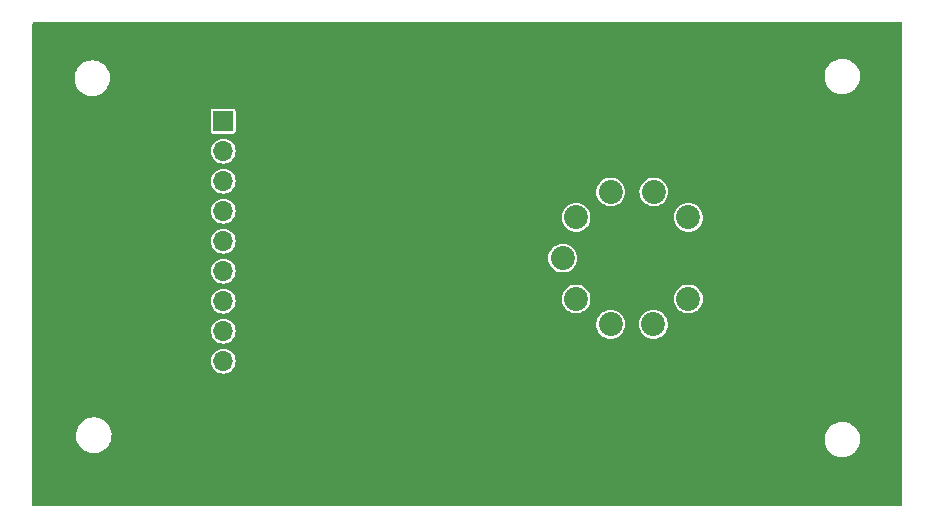
<source format=gbr>
%TF.GenerationSoftware,KiCad,Pcbnew,6.0.2+dfsg-1*%
%TF.CreationDate,2023-01-16T16:06:14-05:00*%
%TF.ProjectId,valve_breakout_small9,76616c76-655f-4627-9265-616b6f75745f,rev?*%
%TF.SameCoordinates,Original*%
%TF.FileFunction,Copper,L2,Bot*%
%TF.FilePolarity,Positive*%
%FSLAX46Y46*%
G04 Gerber Fmt 4.6, Leading zero omitted, Abs format (unit mm)*
G04 Created by KiCad (PCBNEW 6.0.2+dfsg-1) date 2023-01-16 16:06:14*
%MOMM*%
%LPD*%
G01*
G04 APERTURE LIST*
%TA.AperFunction,ComponentPad*%
%ADD10C,2.030000*%
%TD*%
%TA.AperFunction,ComponentPad*%
%ADD11R,1.700000X1.700000*%
%TD*%
%TA.AperFunction,ComponentPad*%
%ADD12O,1.700000X1.700000*%
%TD*%
G04 APERTURE END LIST*
D10*
%TO.P,U1,1*%
%TO.N,1*%
X141910000Y-90530000D03*
%TO.P,U1,2*%
%TO.N,2*%
X138980000Y-88380000D03*
%TO.P,U1,3*%
%TO.N,3*%
X135330000Y-88380000D03*
%TO.P,U1,4*%
%TO.N,4*%
X132400000Y-90530000D03*
%TO.P,U1,5*%
%TO.N,5*%
X131260000Y-93980000D03*
%TO.P,U1,6*%
%TO.N,6*%
X132400000Y-97440000D03*
%TO.P,U1,7*%
%TO.N,7*%
X135330000Y-99590000D03*
%TO.P,U1,8*%
%TO.N,8*%
X138940000Y-99590000D03*
%TO.P,U1,9*%
%TO.N,9*%
X141910000Y-97440000D03*
%TD*%
D11*
%TO.P,J1,1,Pin_1*%
%TO.N,1*%
X102525933Y-82385933D03*
D12*
%TO.P,J1,2,Pin_2*%
%TO.N,2*%
X102525933Y-84925933D03*
%TO.P,J1,3,Pin_3*%
%TO.N,3*%
X102525933Y-87465933D03*
%TO.P,J1,4,Pin_4*%
%TO.N,4*%
X102525933Y-90005933D03*
%TO.P,J1,5,Pin_5*%
%TO.N,5*%
X102525933Y-92545933D03*
%TO.P,J1,6,Pin_6*%
%TO.N,6*%
X102525933Y-95085933D03*
%TO.P,J1,7,Pin_7*%
%TO.N,7*%
X102525933Y-97625933D03*
%TO.P,J1,8,Pin_8*%
%TO.N,8*%
X102525933Y-100165933D03*
%TO.P,J1,9,Pin_9*%
%TO.N,9*%
X102525933Y-102705933D03*
%TD*%
%TA.AperFunction,NonConductor*%
G36*
X159961621Y-74020502D02*
G01*
X160008114Y-74074158D01*
X160019500Y-74126500D01*
X160019500Y-114873500D01*
X159999498Y-114941621D01*
X159945842Y-114988114D01*
X159893500Y-114999500D01*
X86486500Y-114999500D01*
X86418379Y-114979498D01*
X86371886Y-114925842D01*
X86360500Y-114873500D01*
X86360500Y-109071028D01*
X90065025Y-109071028D01*
X90102347Y-109314930D01*
X90179003Y-109549460D01*
X90292935Y-109768321D01*
X90296038Y-109772454D01*
X90296040Y-109772457D01*
X90437978Y-109961501D01*
X90441083Y-109965636D01*
X90619468Y-110136104D01*
X90623740Y-110139018D01*
X90623741Y-110139019D01*
X90652893Y-110158905D01*
X90823300Y-110275149D01*
X90935202Y-110327092D01*
X91042409Y-110376856D01*
X91042413Y-110376857D01*
X91047104Y-110379035D01*
X91284871Y-110444974D01*
X91290008Y-110445523D01*
X91482957Y-110466144D01*
X91482965Y-110466144D01*
X91486292Y-110466500D01*
X91629554Y-110466500D01*
X91632127Y-110466288D01*
X91632138Y-110466288D01*
X91807760Y-110451849D01*
X91807766Y-110451848D01*
X91812911Y-110451425D01*
X92052217Y-110391316D01*
X92278493Y-110292928D01*
X92485661Y-110158905D01*
X92491649Y-110153457D01*
X92543536Y-110106243D01*
X92668158Y-109992846D01*
X92671357Y-109988795D01*
X92671361Y-109988791D01*
X92817881Y-109803264D01*
X92817884Y-109803259D01*
X92821082Y-109799210D01*
X92823577Y-109794691D01*
X92937830Y-109587722D01*
X92937832Y-109587718D01*
X92940327Y-109583198D01*
X92952275Y-109549460D01*
X92986777Y-109452028D01*
X153438025Y-109452028D01*
X153475347Y-109695930D01*
X153552003Y-109930460D01*
X153665935Y-110149321D01*
X153669038Y-110153454D01*
X153669040Y-110153457D01*
X153760409Y-110275149D01*
X153814083Y-110346636D01*
X153992468Y-110517104D01*
X153996740Y-110520018D01*
X153996741Y-110520019D01*
X154025893Y-110539905D01*
X154196300Y-110656149D01*
X154308202Y-110708092D01*
X154415409Y-110757856D01*
X154415413Y-110757857D01*
X154420104Y-110760035D01*
X154657871Y-110825974D01*
X154663008Y-110826523D01*
X154855957Y-110847144D01*
X154855965Y-110847144D01*
X154859292Y-110847500D01*
X155002554Y-110847500D01*
X155005127Y-110847288D01*
X155005138Y-110847288D01*
X155180760Y-110832849D01*
X155180766Y-110832848D01*
X155185911Y-110832425D01*
X155425217Y-110772316D01*
X155651493Y-110673928D01*
X155858661Y-110539905D01*
X155880516Y-110520019D01*
X155939565Y-110466288D01*
X156041158Y-110373846D01*
X156044357Y-110369795D01*
X156044361Y-110369791D01*
X156190881Y-110184264D01*
X156190884Y-110184259D01*
X156194082Y-110180210D01*
X156205843Y-110158905D01*
X156310830Y-109968722D01*
X156310832Y-109968718D01*
X156313327Y-109964198D01*
X156325275Y-109930460D01*
X156393965Y-109736485D01*
X156393966Y-109736481D01*
X156395691Y-109731610D01*
X156402957Y-109690818D01*
X156438055Y-109493783D01*
X156438056Y-109493777D01*
X156438961Y-109488694D01*
X156441975Y-109241972D01*
X156404653Y-108998070D01*
X156327997Y-108763540D01*
X156214065Y-108544679D01*
X156096021Y-108387458D01*
X156069022Y-108351499D01*
X156069020Y-108351496D01*
X156065917Y-108347364D01*
X155887532Y-108176896D01*
X155862094Y-108159543D01*
X155687979Y-108040770D01*
X155687980Y-108040770D01*
X155683700Y-108037851D01*
X155471075Y-107939154D01*
X155464591Y-107936144D01*
X155464587Y-107936143D01*
X155459896Y-107933965D01*
X155222129Y-107868026D01*
X155216992Y-107867477D01*
X155024043Y-107846856D01*
X155024035Y-107846856D01*
X155020708Y-107846500D01*
X154877446Y-107846500D01*
X154874873Y-107846712D01*
X154874862Y-107846712D01*
X154699240Y-107861151D01*
X154699234Y-107861152D01*
X154694089Y-107861575D01*
X154454783Y-107921684D01*
X154228507Y-108020072D01*
X154021339Y-108154095D01*
X154017514Y-108157575D01*
X154017512Y-108157577D01*
X153996281Y-108176896D01*
X153838842Y-108320154D01*
X153835643Y-108324205D01*
X153835639Y-108324209D01*
X153689119Y-108509736D01*
X153689116Y-108509741D01*
X153685918Y-108513790D01*
X153683425Y-108518306D01*
X153683423Y-108518309D01*
X153631618Y-108612155D01*
X153566673Y-108729802D01*
X153564949Y-108734671D01*
X153564947Y-108734675D01*
X153552984Y-108768458D01*
X153484309Y-108962390D01*
X153483402Y-108967483D01*
X153483401Y-108967486D01*
X153457520Y-109112783D01*
X153441039Y-109205306D01*
X153438025Y-109452028D01*
X92986777Y-109452028D01*
X93020965Y-109355485D01*
X93020966Y-109355481D01*
X93022691Y-109350610D01*
X93029957Y-109309818D01*
X93065055Y-109112783D01*
X93065056Y-109112777D01*
X93065961Y-109107694D01*
X93068975Y-108860972D01*
X93031653Y-108617070D01*
X92954997Y-108382540D01*
X92841065Y-108163679D01*
X92836484Y-108157577D01*
X92696022Y-107970499D01*
X92696020Y-107970496D01*
X92692917Y-107966364D01*
X92514532Y-107795896D01*
X92486212Y-107776577D01*
X92314979Y-107659770D01*
X92314980Y-107659770D01*
X92310700Y-107656851D01*
X92198798Y-107604908D01*
X92091591Y-107555144D01*
X92091587Y-107555143D01*
X92086896Y-107552965D01*
X91849129Y-107487026D01*
X91843992Y-107486477D01*
X91651043Y-107465856D01*
X91651035Y-107465856D01*
X91647708Y-107465500D01*
X91504446Y-107465500D01*
X91501873Y-107465712D01*
X91501862Y-107465712D01*
X91326240Y-107480151D01*
X91326234Y-107480152D01*
X91321089Y-107480575D01*
X91081783Y-107540684D01*
X90855507Y-107639072D01*
X90648339Y-107773095D01*
X90644514Y-107776575D01*
X90644512Y-107776577D01*
X90623281Y-107795896D01*
X90465842Y-107939154D01*
X90462643Y-107943205D01*
X90462639Y-107943209D01*
X90316119Y-108128736D01*
X90316116Y-108128741D01*
X90312918Y-108132790D01*
X90310425Y-108137306D01*
X90310423Y-108137309D01*
X90196439Y-108343792D01*
X90193673Y-108348802D01*
X90191949Y-108353671D01*
X90191947Y-108353675D01*
X90124309Y-108544679D01*
X90111309Y-108581390D01*
X90110402Y-108586483D01*
X90110401Y-108586486D01*
X90079681Y-108758949D01*
X90068039Y-108824306D01*
X90065025Y-109071028D01*
X86360500Y-109071028D01*
X86360500Y-102691195D01*
X101470453Y-102691195D01*
X101487692Y-102896486D01*
X101544477Y-103094519D01*
X101547292Y-103099996D01*
X101547293Y-103099999D01*
X101568180Y-103140640D01*
X101638645Y-103277751D01*
X101766610Y-103439203D01*
X101923497Y-103572724D01*
X102103331Y-103673230D01*
X102198171Y-103704046D01*
X102293404Y-103734989D01*
X102293408Y-103734990D01*
X102299262Y-103736892D01*
X102503827Y-103761284D01*
X102509962Y-103760812D01*
X102509964Y-103760812D01*
X102565972Y-103756502D01*
X102709233Y-103745479D01*
X102715163Y-103743823D01*
X102715165Y-103743823D01*
X102901730Y-103691733D01*
X102901729Y-103691733D01*
X102907658Y-103690078D01*
X102913147Y-103687305D01*
X102913153Y-103687303D01*
X103086049Y-103599966D01*
X103091543Y-103597191D01*
X103253884Y-103470357D01*
X103388497Y-103314405D01*
X103409320Y-103277751D01*
X103487209Y-103140640D01*
X103490256Y-103135277D01*
X103555284Y-102939796D01*
X103581104Y-102735407D01*
X103581516Y-102705933D01*
X103561413Y-102500903D01*
X103501868Y-102303682D01*
X103405151Y-102121782D01*
X103331792Y-102031835D01*
X103278839Y-101966908D01*
X103278836Y-101966905D01*
X103274944Y-101962133D01*
X103257719Y-101947883D01*
X103120958Y-101834744D01*
X103120954Y-101834742D01*
X103116208Y-101830815D01*
X102934988Y-101732830D01*
X102738187Y-101671910D01*
X102732062Y-101671266D01*
X102732061Y-101671266D01*
X102539431Y-101651020D01*
X102539429Y-101651020D01*
X102533302Y-101650376D01*
X102446462Y-101658279D01*
X102334275Y-101668488D01*
X102334272Y-101668489D01*
X102328136Y-101669047D01*
X102130505Y-101727213D01*
X101947935Y-101822659D01*
X101943134Y-101826519D01*
X101943131Y-101826521D01*
X101932904Y-101834744D01*
X101787380Y-101951748D01*
X101654957Y-102109563D01*
X101651989Y-102114961D01*
X101651986Y-102114966D01*
X101645248Y-102127223D01*
X101555709Y-102290095D01*
X101493417Y-102486465D01*
X101492731Y-102492582D01*
X101492730Y-102492586D01*
X101471140Y-102685070D01*
X101470453Y-102691195D01*
X86360500Y-102691195D01*
X86360500Y-100151195D01*
X101470453Y-100151195D01*
X101487692Y-100356486D01*
X101489391Y-100362411D01*
X101534805Y-100520787D01*
X101544477Y-100554519D01*
X101547292Y-100559996D01*
X101547293Y-100559999D01*
X101593033Y-100648999D01*
X101638645Y-100737751D01*
X101766610Y-100899203D01*
X101923497Y-101032724D01*
X102103331Y-101133230D01*
X102198171Y-101164046D01*
X102293404Y-101194989D01*
X102293408Y-101194990D01*
X102299262Y-101196892D01*
X102503827Y-101221284D01*
X102509962Y-101220812D01*
X102509964Y-101220812D01*
X102565972Y-101216502D01*
X102709233Y-101205479D01*
X102715163Y-101203823D01*
X102715165Y-101203823D01*
X102901730Y-101151733D01*
X102901729Y-101151733D01*
X102907658Y-101150078D01*
X102913147Y-101147305D01*
X102913153Y-101147303D01*
X103086049Y-101059966D01*
X103091543Y-101057191D01*
X103253884Y-100930357D01*
X103388497Y-100774405D01*
X103409320Y-100737751D01*
X103426989Y-100706647D01*
X103490256Y-100595277D01*
X103555284Y-100399796D01*
X103581104Y-100195407D01*
X103581516Y-100165933D01*
X103561413Y-99960903D01*
X103501868Y-99763682D01*
X103409521Y-99590000D01*
X134109857Y-99590000D01*
X134128394Y-99801876D01*
X134183441Y-100007313D01*
X134185764Y-100012294D01*
X134185764Y-100012295D01*
X134259049Y-100169455D01*
X134273325Y-100200071D01*
X134395316Y-100374293D01*
X134545707Y-100524684D01*
X134550215Y-100527841D01*
X134550218Y-100527843D01*
X134596142Y-100559999D01*
X134719928Y-100646675D01*
X134724912Y-100648999D01*
X134907698Y-100734233D01*
X134907702Y-100734234D01*
X134912687Y-100736559D01*
X134935154Y-100742579D01*
X135112809Y-100790182D01*
X135112811Y-100790182D01*
X135118124Y-100791606D01*
X135330000Y-100810143D01*
X135541876Y-100791606D01*
X135547189Y-100790182D01*
X135547191Y-100790182D01*
X135724846Y-100742579D01*
X135747313Y-100736559D01*
X135752298Y-100734234D01*
X135752302Y-100734233D01*
X135935088Y-100648999D01*
X135940072Y-100646675D01*
X136063858Y-100559999D01*
X136109782Y-100527843D01*
X136109785Y-100527841D01*
X136114293Y-100524684D01*
X136264684Y-100374293D01*
X136386675Y-100200071D01*
X136400952Y-100169455D01*
X136474236Y-100012295D01*
X136474236Y-100012294D01*
X136476559Y-100007313D01*
X136531606Y-99801876D01*
X136550143Y-99590000D01*
X137719857Y-99590000D01*
X137738394Y-99801876D01*
X137793441Y-100007313D01*
X137795764Y-100012294D01*
X137795764Y-100012295D01*
X137869049Y-100169455D01*
X137883325Y-100200071D01*
X138005316Y-100374293D01*
X138155707Y-100524684D01*
X138160215Y-100527841D01*
X138160218Y-100527843D01*
X138206142Y-100559999D01*
X138329928Y-100646675D01*
X138334912Y-100648999D01*
X138517698Y-100734233D01*
X138517702Y-100734234D01*
X138522687Y-100736559D01*
X138545154Y-100742579D01*
X138722809Y-100790182D01*
X138722811Y-100790182D01*
X138728124Y-100791606D01*
X138940000Y-100810143D01*
X139151876Y-100791606D01*
X139157189Y-100790182D01*
X139157191Y-100790182D01*
X139334846Y-100742579D01*
X139357313Y-100736559D01*
X139362298Y-100734234D01*
X139362302Y-100734233D01*
X139545088Y-100648999D01*
X139550072Y-100646675D01*
X139673858Y-100559999D01*
X139719782Y-100527843D01*
X139719785Y-100527841D01*
X139724293Y-100524684D01*
X139874684Y-100374293D01*
X139996675Y-100200071D01*
X140010952Y-100169455D01*
X140084236Y-100012295D01*
X140084236Y-100012294D01*
X140086559Y-100007313D01*
X140141606Y-99801876D01*
X140160143Y-99590000D01*
X140141606Y-99378124D01*
X140119264Y-99294744D01*
X140087982Y-99177997D01*
X140087981Y-99177995D01*
X140086559Y-99172687D01*
X140068394Y-99133732D01*
X139998998Y-98984910D01*
X139998996Y-98984907D01*
X139996675Y-98979929D01*
X139874684Y-98805707D01*
X139724293Y-98655316D01*
X139719785Y-98652159D01*
X139719782Y-98652157D01*
X139622776Y-98584233D01*
X139550072Y-98533325D01*
X139454439Y-98488731D01*
X139362302Y-98445767D01*
X139362298Y-98445766D01*
X139357313Y-98443441D01*
X139173343Y-98394146D01*
X139157191Y-98389818D01*
X139157189Y-98389818D01*
X139151876Y-98388394D01*
X138940000Y-98369857D01*
X138728124Y-98388394D01*
X138722811Y-98389818D01*
X138722809Y-98389818D01*
X138527997Y-98442018D01*
X138527995Y-98442019D01*
X138522687Y-98443441D01*
X138517706Y-98445764D01*
X138517705Y-98445764D01*
X138334910Y-98531002D01*
X138334907Y-98531004D01*
X138329929Y-98533325D01*
X138155707Y-98655316D01*
X138005316Y-98805707D01*
X137883325Y-98979929D01*
X137881004Y-98984907D01*
X137881002Y-98984910D01*
X137811606Y-99133732D01*
X137793441Y-99172687D01*
X137792019Y-99177995D01*
X137792018Y-99177997D01*
X137760736Y-99294744D01*
X137738394Y-99378124D01*
X137719857Y-99590000D01*
X136550143Y-99590000D01*
X136531606Y-99378124D01*
X136509264Y-99294744D01*
X136477982Y-99177997D01*
X136477981Y-99177995D01*
X136476559Y-99172687D01*
X136458394Y-99133732D01*
X136388998Y-98984910D01*
X136388996Y-98984907D01*
X136386675Y-98979929D01*
X136264684Y-98805707D01*
X136114293Y-98655316D01*
X136109785Y-98652159D01*
X136109782Y-98652157D01*
X136012776Y-98584233D01*
X135940072Y-98533325D01*
X135844439Y-98488731D01*
X135752302Y-98445767D01*
X135752298Y-98445766D01*
X135747313Y-98443441D01*
X135563343Y-98394146D01*
X135547191Y-98389818D01*
X135547189Y-98389818D01*
X135541876Y-98388394D01*
X135330000Y-98369857D01*
X135118124Y-98388394D01*
X135112811Y-98389818D01*
X135112809Y-98389818D01*
X134917997Y-98442018D01*
X134917995Y-98442019D01*
X134912687Y-98443441D01*
X134907706Y-98445764D01*
X134907705Y-98445764D01*
X134724910Y-98531002D01*
X134724907Y-98531004D01*
X134719929Y-98533325D01*
X134545707Y-98655316D01*
X134395316Y-98805707D01*
X134273325Y-98979929D01*
X134271004Y-98984907D01*
X134271002Y-98984910D01*
X134201606Y-99133732D01*
X134183441Y-99172687D01*
X134182019Y-99177995D01*
X134182018Y-99177997D01*
X134150736Y-99294744D01*
X134128394Y-99378124D01*
X134109857Y-99590000D01*
X103409521Y-99590000D01*
X103405151Y-99581782D01*
X103331792Y-99491835D01*
X103278839Y-99426908D01*
X103278836Y-99426905D01*
X103274944Y-99422133D01*
X103257719Y-99407883D01*
X103120958Y-99294744D01*
X103120954Y-99294742D01*
X103116208Y-99290815D01*
X102934988Y-99192830D01*
X102738187Y-99131910D01*
X102732062Y-99131266D01*
X102732061Y-99131266D01*
X102539431Y-99111020D01*
X102539429Y-99111020D01*
X102533302Y-99110376D01*
X102446462Y-99118279D01*
X102334275Y-99128488D01*
X102334272Y-99128489D01*
X102328136Y-99129047D01*
X102130505Y-99187213D01*
X101947935Y-99282659D01*
X101943134Y-99286519D01*
X101943131Y-99286521D01*
X101829200Y-99378124D01*
X101787380Y-99411748D01*
X101654957Y-99569563D01*
X101651989Y-99574961D01*
X101651986Y-99574966D01*
X101558676Y-99744698D01*
X101555709Y-99750095D01*
X101493417Y-99946465D01*
X101492731Y-99952582D01*
X101492730Y-99952586D01*
X101487187Y-100002003D01*
X101470453Y-100151195D01*
X86360500Y-100151195D01*
X86360500Y-97611195D01*
X101470453Y-97611195D01*
X101487692Y-97816486D01*
X101489391Y-97822411D01*
X101500828Y-97862295D01*
X101544477Y-98014519D01*
X101547292Y-98019996D01*
X101547293Y-98019999D01*
X101568180Y-98060640D01*
X101638645Y-98197751D01*
X101766610Y-98359203D01*
X101771303Y-98363197D01*
X101771304Y-98363198D01*
X101868323Y-98445767D01*
X101923497Y-98492724D01*
X101928875Y-98495730D01*
X101928877Y-98495731D01*
X101991987Y-98531002D01*
X102103331Y-98593230D01*
X102198171Y-98624046D01*
X102293404Y-98654989D01*
X102293408Y-98654990D01*
X102299262Y-98656892D01*
X102503827Y-98681284D01*
X102509962Y-98680812D01*
X102509964Y-98680812D01*
X102565972Y-98676502D01*
X102709233Y-98665479D01*
X102715163Y-98663823D01*
X102715165Y-98663823D01*
X102901730Y-98611733D01*
X102901729Y-98611733D01*
X102907658Y-98610078D01*
X102913147Y-98607305D01*
X102913153Y-98607303D01*
X103086049Y-98519966D01*
X103091543Y-98517191D01*
X103117803Y-98496675D01*
X103249034Y-98394146D01*
X103253884Y-98390357D01*
X103267413Y-98374684D01*
X103384473Y-98239067D01*
X103384473Y-98239066D01*
X103388497Y-98234405D01*
X103394242Y-98224293D01*
X103487209Y-98060640D01*
X103490256Y-98055277D01*
X103555284Y-97859796D01*
X103581104Y-97655407D01*
X103581516Y-97625933D01*
X103563285Y-97440000D01*
X131179857Y-97440000D01*
X131198394Y-97651876D01*
X131199818Y-97657189D01*
X131199818Y-97657191D01*
X131240856Y-97810344D01*
X131253441Y-97857313D01*
X131255764Y-97862294D01*
X131255764Y-97862295D01*
X131323985Y-98008595D01*
X131343325Y-98050071D01*
X131465316Y-98224293D01*
X131615707Y-98374684D01*
X131620215Y-98377841D01*
X131620218Y-98377843D01*
X131711868Y-98442017D01*
X131789928Y-98496675D01*
X131794912Y-98498999D01*
X131977698Y-98584233D01*
X131977702Y-98584234D01*
X131982687Y-98586559D01*
X132060104Y-98607303D01*
X132182809Y-98640182D01*
X132182811Y-98640182D01*
X132188124Y-98641606D01*
X132400000Y-98660143D01*
X132611876Y-98641606D01*
X132617189Y-98640182D01*
X132617191Y-98640182D01*
X132739896Y-98607303D01*
X132817313Y-98586559D01*
X132822298Y-98584234D01*
X132822302Y-98584233D01*
X133005088Y-98498999D01*
X133010072Y-98496675D01*
X133088132Y-98442017D01*
X133179782Y-98377843D01*
X133179785Y-98377841D01*
X133184293Y-98374684D01*
X133334684Y-98224293D01*
X133456675Y-98050071D01*
X133476016Y-98008595D01*
X133544236Y-97862295D01*
X133544236Y-97862294D01*
X133546559Y-97857313D01*
X133559145Y-97810344D01*
X133600182Y-97657191D01*
X133600182Y-97657189D01*
X133601606Y-97651876D01*
X133620143Y-97440000D01*
X140689857Y-97440000D01*
X140708394Y-97651876D01*
X140709818Y-97657189D01*
X140709818Y-97657191D01*
X140750856Y-97810344D01*
X140763441Y-97857313D01*
X140765764Y-97862294D01*
X140765764Y-97862295D01*
X140833985Y-98008595D01*
X140853325Y-98050071D01*
X140975316Y-98224293D01*
X141125707Y-98374684D01*
X141130215Y-98377841D01*
X141130218Y-98377843D01*
X141221868Y-98442017D01*
X141299928Y-98496675D01*
X141304912Y-98498999D01*
X141487698Y-98584233D01*
X141487702Y-98584234D01*
X141492687Y-98586559D01*
X141570104Y-98607303D01*
X141692809Y-98640182D01*
X141692811Y-98640182D01*
X141698124Y-98641606D01*
X141910000Y-98660143D01*
X142121876Y-98641606D01*
X142127189Y-98640182D01*
X142127191Y-98640182D01*
X142249896Y-98607303D01*
X142327313Y-98586559D01*
X142332298Y-98584234D01*
X142332302Y-98584233D01*
X142515088Y-98498999D01*
X142520072Y-98496675D01*
X142598132Y-98442017D01*
X142689782Y-98377843D01*
X142689785Y-98377841D01*
X142694293Y-98374684D01*
X142844684Y-98224293D01*
X142966675Y-98050071D01*
X142986016Y-98008595D01*
X143054236Y-97862295D01*
X143054236Y-97862294D01*
X143056559Y-97857313D01*
X143069145Y-97810344D01*
X143110182Y-97657191D01*
X143110182Y-97657189D01*
X143111606Y-97651876D01*
X143130143Y-97440000D01*
X143111606Y-97228124D01*
X143110182Y-97222809D01*
X143057982Y-97027997D01*
X143057981Y-97027995D01*
X143056559Y-97022687D01*
X142988380Y-96876476D01*
X142968998Y-96834910D01*
X142968996Y-96834907D01*
X142966675Y-96829929D01*
X142844684Y-96655707D01*
X142694293Y-96505316D01*
X142689785Y-96502159D01*
X142689782Y-96502157D01*
X142594086Y-96435150D01*
X142520072Y-96383325D01*
X142493402Y-96370889D01*
X142332302Y-96295767D01*
X142332298Y-96295766D01*
X142327313Y-96293441D01*
X142224595Y-96265918D01*
X142127191Y-96239818D01*
X142127189Y-96239818D01*
X142121876Y-96238394D01*
X141910000Y-96219857D01*
X141698124Y-96238394D01*
X141692811Y-96239818D01*
X141692809Y-96239818D01*
X141497997Y-96292018D01*
X141497995Y-96292019D01*
X141492687Y-96293441D01*
X141487706Y-96295764D01*
X141487705Y-96295764D01*
X141304910Y-96381002D01*
X141304907Y-96381004D01*
X141299929Y-96383325D01*
X141125707Y-96505316D01*
X140975316Y-96655707D01*
X140853325Y-96829929D01*
X140851004Y-96834907D01*
X140851002Y-96834910D01*
X140831620Y-96876476D01*
X140763441Y-97022687D01*
X140762019Y-97027995D01*
X140762018Y-97027997D01*
X140709818Y-97222809D01*
X140708394Y-97228124D01*
X140689857Y-97440000D01*
X133620143Y-97440000D01*
X133601606Y-97228124D01*
X133600182Y-97222809D01*
X133547982Y-97027997D01*
X133547981Y-97027995D01*
X133546559Y-97022687D01*
X133478380Y-96876476D01*
X133458998Y-96834910D01*
X133458996Y-96834907D01*
X133456675Y-96829929D01*
X133334684Y-96655707D01*
X133184293Y-96505316D01*
X133179785Y-96502159D01*
X133179782Y-96502157D01*
X133084086Y-96435150D01*
X133010072Y-96383325D01*
X132983402Y-96370889D01*
X132822302Y-96295767D01*
X132822298Y-96295766D01*
X132817313Y-96293441D01*
X132714595Y-96265918D01*
X132617191Y-96239818D01*
X132617189Y-96239818D01*
X132611876Y-96238394D01*
X132400000Y-96219857D01*
X132188124Y-96238394D01*
X132182811Y-96239818D01*
X132182809Y-96239818D01*
X131987997Y-96292018D01*
X131987995Y-96292019D01*
X131982687Y-96293441D01*
X131977706Y-96295764D01*
X131977705Y-96295764D01*
X131794910Y-96381002D01*
X131794907Y-96381004D01*
X131789929Y-96383325D01*
X131615707Y-96505316D01*
X131465316Y-96655707D01*
X131343325Y-96829929D01*
X131341004Y-96834907D01*
X131341002Y-96834910D01*
X131321620Y-96876476D01*
X131253441Y-97022687D01*
X131252019Y-97027995D01*
X131252018Y-97027997D01*
X131199818Y-97222809D01*
X131198394Y-97228124D01*
X131179857Y-97440000D01*
X103563285Y-97440000D01*
X103561413Y-97420903D01*
X103501868Y-97223682D01*
X103405151Y-97041782D01*
X103331792Y-96951835D01*
X103278839Y-96886908D01*
X103278836Y-96886905D01*
X103274944Y-96882133D01*
X103257719Y-96867883D01*
X103120958Y-96754744D01*
X103120954Y-96754742D01*
X103116208Y-96750815D01*
X102934988Y-96652830D01*
X102738187Y-96591910D01*
X102732062Y-96591266D01*
X102732061Y-96591266D01*
X102539431Y-96571020D01*
X102539429Y-96571020D01*
X102533302Y-96570376D01*
X102446462Y-96578279D01*
X102334275Y-96588488D01*
X102334272Y-96588489D01*
X102328136Y-96589047D01*
X102130505Y-96647213D01*
X101947935Y-96742659D01*
X101943134Y-96746519D01*
X101943131Y-96746521D01*
X101833197Y-96834910D01*
X101787380Y-96871748D01*
X101654957Y-97029563D01*
X101651989Y-97034961D01*
X101651986Y-97034966D01*
X101645248Y-97047223D01*
X101555709Y-97210095D01*
X101493417Y-97406465D01*
X101492731Y-97412582D01*
X101492730Y-97412586D01*
X101489655Y-97440000D01*
X101470453Y-97611195D01*
X86360500Y-97611195D01*
X86360500Y-95071195D01*
X101470453Y-95071195D01*
X101470969Y-95077339D01*
X101479725Y-95181606D01*
X101487692Y-95276486D01*
X101544477Y-95474519D01*
X101547292Y-95479996D01*
X101547293Y-95479999D01*
X101568180Y-95520640D01*
X101638645Y-95657751D01*
X101766610Y-95819203D01*
X101923497Y-95952724D01*
X102103331Y-96053230D01*
X102198171Y-96084046D01*
X102293404Y-96114989D01*
X102293408Y-96114990D01*
X102299262Y-96116892D01*
X102503827Y-96141284D01*
X102509962Y-96140812D01*
X102509964Y-96140812D01*
X102565972Y-96136502D01*
X102709233Y-96125479D01*
X102715163Y-96123823D01*
X102715165Y-96123823D01*
X102901730Y-96071733D01*
X102901729Y-96071733D01*
X102907658Y-96070078D01*
X102913147Y-96067305D01*
X102913153Y-96067303D01*
X103086049Y-95979966D01*
X103091543Y-95977191D01*
X103253884Y-95850357D01*
X103388497Y-95694405D01*
X103409320Y-95657751D01*
X103487209Y-95520640D01*
X103490256Y-95515277D01*
X103555284Y-95319796D01*
X103581104Y-95115407D01*
X103581516Y-95085933D01*
X103561413Y-94880903D01*
X103501868Y-94683682D01*
X103405151Y-94501782D01*
X103315617Y-94392003D01*
X103278839Y-94346908D01*
X103278836Y-94346905D01*
X103274944Y-94342133D01*
X103257719Y-94327883D01*
X103120958Y-94214744D01*
X103120954Y-94214742D01*
X103116208Y-94210815D01*
X102934988Y-94112830D01*
X102738187Y-94051910D01*
X102732062Y-94051266D01*
X102732061Y-94051266D01*
X102539431Y-94031020D01*
X102539429Y-94031020D01*
X102533302Y-94030376D01*
X102446462Y-94038279D01*
X102334275Y-94048488D01*
X102334272Y-94048489D01*
X102328136Y-94049047D01*
X102130505Y-94107213D01*
X101947935Y-94202659D01*
X101943134Y-94206519D01*
X101943131Y-94206521D01*
X101932904Y-94214744D01*
X101787380Y-94331748D01*
X101654957Y-94489563D01*
X101651989Y-94494961D01*
X101651986Y-94494966D01*
X101599702Y-94590071D01*
X101555709Y-94670095D01*
X101493417Y-94866465D01*
X101492731Y-94872582D01*
X101492730Y-94872586D01*
X101488008Y-94914684D01*
X101470453Y-95071195D01*
X86360500Y-95071195D01*
X86360500Y-93980000D01*
X130039857Y-93980000D01*
X130058394Y-94191876D01*
X130113441Y-94397313D01*
X130115764Y-94402294D01*
X130115764Y-94402295D01*
X130164693Y-94507223D01*
X130203325Y-94590071D01*
X130325316Y-94764293D01*
X130475707Y-94914684D01*
X130480215Y-94917841D01*
X130480218Y-94917843D01*
X130575914Y-94984850D01*
X130649928Y-95036675D01*
X130654912Y-95038999D01*
X130837698Y-95124233D01*
X130837702Y-95124234D01*
X130842687Y-95126559D01*
X130945406Y-95154083D01*
X131042809Y-95180182D01*
X131042811Y-95180182D01*
X131048124Y-95181606D01*
X131260000Y-95200143D01*
X131471876Y-95181606D01*
X131477189Y-95180182D01*
X131477191Y-95180182D01*
X131574594Y-95154083D01*
X131677313Y-95126559D01*
X131682298Y-95124234D01*
X131682302Y-95124233D01*
X131865088Y-95038999D01*
X131870072Y-95036675D01*
X131944086Y-94984850D01*
X132039782Y-94917843D01*
X132039785Y-94917841D01*
X132044293Y-94914684D01*
X132194684Y-94764293D01*
X132316675Y-94590071D01*
X132355308Y-94507223D01*
X132404236Y-94402295D01*
X132404236Y-94402294D01*
X132406559Y-94397313D01*
X132461606Y-94191876D01*
X132480143Y-93980000D01*
X132461606Y-93768124D01*
X132412666Y-93585479D01*
X132407982Y-93567997D01*
X132407981Y-93567995D01*
X132406559Y-93562687D01*
X132316675Y-93369929D01*
X132194684Y-93195707D01*
X132044293Y-93045316D01*
X132039785Y-93042159D01*
X132039782Y-93042157D01*
X131893885Y-92939999D01*
X131870072Y-92923325D01*
X131843402Y-92910889D01*
X131682302Y-92835767D01*
X131682298Y-92835766D01*
X131677313Y-92833441D01*
X131574595Y-92805918D01*
X131477191Y-92779818D01*
X131477189Y-92779818D01*
X131471876Y-92778394D01*
X131260000Y-92759857D01*
X131048124Y-92778394D01*
X131042811Y-92779818D01*
X131042809Y-92779818D01*
X130847997Y-92832018D01*
X130847995Y-92832019D01*
X130842687Y-92833441D01*
X130837706Y-92835764D01*
X130837705Y-92835764D01*
X130654910Y-92921002D01*
X130654907Y-92921004D01*
X130649929Y-92923325D01*
X130475707Y-93045316D01*
X130325316Y-93195707D01*
X130203325Y-93369929D01*
X130113441Y-93562687D01*
X130112019Y-93567995D01*
X130112018Y-93567997D01*
X130107334Y-93585479D01*
X130058394Y-93768124D01*
X130039857Y-93980000D01*
X86360500Y-93980000D01*
X86360500Y-92531195D01*
X101470453Y-92531195D01*
X101487692Y-92736486D01*
X101489391Y-92742411D01*
X101542172Y-92926479D01*
X101544477Y-92934519D01*
X101547292Y-92939996D01*
X101547293Y-92939999D01*
X101603420Y-93049211D01*
X101638645Y-93117751D01*
X101766610Y-93279203D01*
X101771303Y-93283197D01*
X101771304Y-93283198D01*
X101879066Y-93374910D01*
X101923497Y-93412724D01*
X102103331Y-93513230D01*
X102198171Y-93544046D01*
X102293404Y-93574989D01*
X102293408Y-93574990D01*
X102299262Y-93576892D01*
X102503827Y-93601284D01*
X102509962Y-93600812D01*
X102509964Y-93600812D01*
X102565972Y-93596502D01*
X102709233Y-93585479D01*
X102715163Y-93583823D01*
X102715165Y-93583823D01*
X102901730Y-93531733D01*
X102901729Y-93531733D01*
X102907658Y-93530078D01*
X102913147Y-93527305D01*
X102913153Y-93527303D01*
X103086049Y-93439966D01*
X103091543Y-93437191D01*
X103253884Y-93310357D01*
X103352847Y-93195707D01*
X103384473Y-93159067D01*
X103384473Y-93159066D01*
X103388497Y-93154405D01*
X103409320Y-93117751D01*
X103448254Y-93049213D01*
X103490256Y-92975277D01*
X103555284Y-92779796D01*
X103581104Y-92575407D01*
X103581516Y-92545933D01*
X103561413Y-92340903D01*
X103501868Y-92143682D01*
X103405151Y-91961782D01*
X103331792Y-91871835D01*
X103278839Y-91806908D01*
X103278836Y-91806905D01*
X103274944Y-91802133D01*
X103189692Y-91731606D01*
X103120958Y-91674744D01*
X103120954Y-91674742D01*
X103116208Y-91670815D01*
X102934988Y-91572830D01*
X102738187Y-91511910D01*
X102732062Y-91511266D01*
X102732061Y-91511266D01*
X102539431Y-91491020D01*
X102539429Y-91491020D01*
X102533302Y-91490376D01*
X102446462Y-91498279D01*
X102334275Y-91508488D01*
X102334272Y-91508489D01*
X102328136Y-91509047D01*
X102130505Y-91567213D01*
X102125040Y-91570070D01*
X102039220Y-91614936D01*
X101947935Y-91662659D01*
X101943134Y-91666519D01*
X101943131Y-91666521D01*
X101863953Y-91730182D01*
X101787380Y-91791748D01*
X101654957Y-91949563D01*
X101651989Y-91954961D01*
X101651986Y-91954966D01*
X101645248Y-91967223D01*
X101555709Y-92130095D01*
X101493417Y-92326465D01*
X101492731Y-92332582D01*
X101492730Y-92332586D01*
X101471140Y-92525070D01*
X101470453Y-92531195D01*
X86360500Y-92531195D01*
X86360500Y-89991195D01*
X101470453Y-89991195D01*
X101487692Y-90196486D01*
X101544477Y-90394519D01*
X101547292Y-90399996D01*
X101547293Y-90399999D01*
X101614104Y-90530000D01*
X101638645Y-90577751D01*
X101766610Y-90739203D01*
X101923497Y-90872724D01*
X102103331Y-90973230D01*
X102198171Y-91004045D01*
X102293404Y-91034989D01*
X102293408Y-91034990D01*
X102299262Y-91036892D01*
X102503827Y-91061284D01*
X102509962Y-91060812D01*
X102509964Y-91060812D01*
X102565972Y-91056502D01*
X102709233Y-91045479D01*
X102715163Y-91043823D01*
X102715165Y-91043823D01*
X102901730Y-90991733D01*
X102901729Y-90991733D01*
X102907658Y-90990078D01*
X102913147Y-90987305D01*
X102913153Y-90987303D01*
X103086049Y-90899966D01*
X103091543Y-90897191D01*
X103253884Y-90770357D01*
X103273881Y-90747191D01*
X103384473Y-90619067D01*
X103384473Y-90619066D01*
X103388497Y-90614405D01*
X103409320Y-90577751D01*
X103426989Y-90546647D01*
X103436446Y-90530000D01*
X131179857Y-90530000D01*
X131198394Y-90741876D01*
X131199818Y-90747189D01*
X131199818Y-90747191D01*
X131238996Y-90893402D01*
X131253441Y-90947313D01*
X131255764Y-90952294D01*
X131255764Y-90952295D01*
X131273383Y-90990078D01*
X131343325Y-91140071D01*
X131465316Y-91314293D01*
X131615707Y-91464684D01*
X131620215Y-91467841D01*
X131620218Y-91467843D01*
X131685755Y-91513732D01*
X131789928Y-91586675D01*
X131794912Y-91588999D01*
X131977698Y-91674233D01*
X131977702Y-91674234D01*
X131982687Y-91676559D01*
X132085406Y-91704083D01*
X132182809Y-91730182D01*
X132182811Y-91730182D01*
X132188124Y-91731606D01*
X132400000Y-91750143D01*
X132611876Y-91731606D01*
X132617189Y-91730182D01*
X132617191Y-91730182D01*
X132714594Y-91704083D01*
X132817313Y-91676559D01*
X132822298Y-91674234D01*
X132822302Y-91674233D01*
X133005088Y-91588999D01*
X133010072Y-91586675D01*
X133114245Y-91513732D01*
X133179782Y-91467843D01*
X133179785Y-91467841D01*
X133184293Y-91464684D01*
X133334684Y-91314293D01*
X133456675Y-91140071D01*
X133526618Y-90990078D01*
X133544236Y-90952295D01*
X133544236Y-90952294D01*
X133546559Y-90947313D01*
X133561005Y-90893402D01*
X133600182Y-90747191D01*
X133600182Y-90747189D01*
X133601606Y-90741876D01*
X133620143Y-90530000D01*
X140689857Y-90530000D01*
X140708394Y-90741876D01*
X140709818Y-90747189D01*
X140709818Y-90747191D01*
X140748996Y-90893402D01*
X140763441Y-90947313D01*
X140765764Y-90952294D01*
X140765764Y-90952295D01*
X140783383Y-90990078D01*
X140853325Y-91140071D01*
X140975316Y-91314293D01*
X141125707Y-91464684D01*
X141130215Y-91467841D01*
X141130218Y-91467843D01*
X141195755Y-91513732D01*
X141299928Y-91586675D01*
X141304912Y-91588999D01*
X141487698Y-91674233D01*
X141487702Y-91674234D01*
X141492687Y-91676559D01*
X141595406Y-91704083D01*
X141692809Y-91730182D01*
X141692811Y-91730182D01*
X141698124Y-91731606D01*
X141910000Y-91750143D01*
X142121876Y-91731606D01*
X142127189Y-91730182D01*
X142127191Y-91730182D01*
X142224594Y-91704083D01*
X142327313Y-91676559D01*
X142332298Y-91674234D01*
X142332302Y-91674233D01*
X142515088Y-91588999D01*
X142520072Y-91586675D01*
X142624245Y-91513732D01*
X142689782Y-91467843D01*
X142689785Y-91467841D01*
X142694293Y-91464684D01*
X142844684Y-91314293D01*
X142966675Y-91140071D01*
X143036618Y-90990078D01*
X143054236Y-90952295D01*
X143054236Y-90952294D01*
X143056559Y-90947313D01*
X143071005Y-90893402D01*
X143110182Y-90747191D01*
X143110182Y-90747189D01*
X143111606Y-90741876D01*
X143130143Y-90530000D01*
X143111606Y-90318124D01*
X143090618Y-90239796D01*
X143057982Y-90117997D01*
X143057981Y-90117995D01*
X143056559Y-90112687D01*
X143018879Y-90031882D01*
X142968998Y-89924910D01*
X142968996Y-89924907D01*
X142966675Y-89919929D01*
X142844684Y-89745707D01*
X142694293Y-89595316D01*
X142689785Y-89592159D01*
X142689782Y-89592157D01*
X142592776Y-89524233D01*
X142520072Y-89473325D01*
X142421205Y-89427223D01*
X142332302Y-89385767D01*
X142332298Y-89385766D01*
X142327313Y-89383441D01*
X142224594Y-89355917D01*
X142127191Y-89329818D01*
X142127189Y-89329818D01*
X142121876Y-89328394D01*
X141910000Y-89309857D01*
X141698124Y-89328394D01*
X141692811Y-89329818D01*
X141692809Y-89329818D01*
X141497997Y-89382018D01*
X141497995Y-89382019D01*
X141492687Y-89383441D01*
X141487706Y-89385764D01*
X141487705Y-89385764D01*
X141304910Y-89471002D01*
X141304907Y-89471004D01*
X141299929Y-89473325D01*
X141125707Y-89595316D01*
X140975316Y-89745707D01*
X140853325Y-89919929D01*
X140851004Y-89924907D01*
X140851002Y-89924910D01*
X140801121Y-90031882D01*
X140763441Y-90112687D01*
X140762019Y-90117995D01*
X140762018Y-90117997D01*
X140729382Y-90239796D01*
X140708394Y-90318124D01*
X140689857Y-90530000D01*
X133620143Y-90530000D01*
X133601606Y-90318124D01*
X133580618Y-90239796D01*
X133547982Y-90117997D01*
X133547981Y-90117995D01*
X133546559Y-90112687D01*
X133508879Y-90031882D01*
X133458998Y-89924910D01*
X133458996Y-89924907D01*
X133456675Y-89919929D01*
X133334684Y-89745707D01*
X133184293Y-89595316D01*
X133179785Y-89592159D01*
X133179782Y-89592157D01*
X133082776Y-89524233D01*
X133010072Y-89473325D01*
X132911205Y-89427223D01*
X132822302Y-89385767D01*
X132822298Y-89385766D01*
X132817313Y-89383441D01*
X132714594Y-89355917D01*
X132617191Y-89329818D01*
X132617189Y-89329818D01*
X132611876Y-89328394D01*
X132400000Y-89309857D01*
X132188124Y-89328394D01*
X132182811Y-89329818D01*
X132182809Y-89329818D01*
X131987997Y-89382018D01*
X131987995Y-89382019D01*
X131982687Y-89383441D01*
X131977706Y-89385764D01*
X131977705Y-89385764D01*
X131794910Y-89471002D01*
X131794907Y-89471004D01*
X131789929Y-89473325D01*
X131615707Y-89595316D01*
X131465316Y-89745707D01*
X131343325Y-89919929D01*
X131341004Y-89924907D01*
X131341002Y-89924910D01*
X131291121Y-90031882D01*
X131253441Y-90112687D01*
X131252019Y-90117995D01*
X131252018Y-90117997D01*
X131219382Y-90239796D01*
X131198394Y-90318124D01*
X131179857Y-90530000D01*
X103436446Y-90530000D01*
X103490256Y-90435277D01*
X103555284Y-90239796D01*
X103581104Y-90035407D01*
X103581516Y-90005933D01*
X103561413Y-89800903D01*
X103501868Y-89603682D01*
X103405151Y-89421782D01*
X103317804Y-89314684D01*
X103278839Y-89266908D01*
X103278836Y-89266905D01*
X103274944Y-89262133D01*
X103257719Y-89247883D01*
X103120958Y-89134744D01*
X103120954Y-89134742D01*
X103116208Y-89130815D01*
X102934988Y-89032830D01*
X102738187Y-88971910D01*
X102732062Y-88971266D01*
X102732061Y-88971266D01*
X102539431Y-88951020D01*
X102539429Y-88951020D01*
X102533302Y-88950376D01*
X102446462Y-88958279D01*
X102334275Y-88968488D01*
X102334272Y-88968489D01*
X102328136Y-88969047D01*
X102130505Y-89027213D01*
X101947935Y-89122659D01*
X101943134Y-89126519D01*
X101943131Y-89126521D01*
X101891308Y-89168188D01*
X101787380Y-89251748D01*
X101654957Y-89409563D01*
X101651989Y-89414961D01*
X101651986Y-89414966D01*
X101558676Y-89584698D01*
X101555709Y-89590095D01*
X101493417Y-89786465D01*
X101492731Y-89792582D01*
X101492730Y-89792586D01*
X101478952Y-89915424D01*
X101470453Y-89991195D01*
X86360500Y-89991195D01*
X86360500Y-87451195D01*
X101470453Y-87451195D01*
X101487692Y-87656486D01*
X101489391Y-87662411D01*
X101521650Y-87774910D01*
X101544477Y-87854519D01*
X101547292Y-87859996D01*
X101547293Y-87859999D01*
X101602796Y-87967997D01*
X101638645Y-88037751D01*
X101766610Y-88199203D01*
X101923497Y-88332724D01*
X102103331Y-88433230D01*
X102198171Y-88464046D01*
X102293404Y-88494989D01*
X102293408Y-88494990D01*
X102299262Y-88496892D01*
X102503827Y-88521284D01*
X102509962Y-88520812D01*
X102509964Y-88520812D01*
X102565972Y-88516502D01*
X102709233Y-88505479D01*
X102715163Y-88503823D01*
X102715165Y-88503823D01*
X102901730Y-88451733D01*
X102901729Y-88451733D01*
X102907658Y-88450078D01*
X102913147Y-88447305D01*
X102913153Y-88447303D01*
X103046389Y-88380000D01*
X134109857Y-88380000D01*
X134128394Y-88591876D01*
X134183441Y-88797313D01*
X134185764Y-88802294D01*
X134185764Y-88802295D01*
X134263261Y-88968488D01*
X134273325Y-88990071D01*
X134395316Y-89164293D01*
X134545707Y-89314684D01*
X134550215Y-89317841D01*
X134550218Y-89317843D01*
X134641868Y-89382017D01*
X134719928Y-89436675D01*
X134724912Y-89438999D01*
X134907698Y-89524233D01*
X134907702Y-89524234D01*
X134912687Y-89526559D01*
X135015406Y-89554083D01*
X135112809Y-89580182D01*
X135112811Y-89580182D01*
X135118124Y-89581606D01*
X135330000Y-89600143D01*
X135541876Y-89581606D01*
X135547189Y-89580182D01*
X135547191Y-89580182D01*
X135644594Y-89554083D01*
X135747313Y-89526559D01*
X135752298Y-89524234D01*
X135752302Y-89524233D01*
X135935088Y-89438999D01*
X135940072Y-89436675D01*
X136018132Y-89382017D01*
X136109782Y-89317843D01*
X136109785Y-89317841D01*
X136114293Y-89314684D01*
X136264684Y-89164293D01*
X136386675Y-88990071D01*
X136396740Y-88968488D01*
X136474236Y-88802295D01*
X136474236Y-88802294D01*
X136476559Y-88797313D01*
X136531606Y-88591876D01*
X136550143Y-88380000D01*
X137759857Y-88380000D01*
X137778394Y-88591876D01*
X137833441Y-88797313D01*
X137835764Y-88802294D01*
X137835764Y-88802295D01*
X137913261Y-88968488D01*
X137923325Y-88990071D01*
X138045316Y-89164293D01*
X138195707Y-89314684D01*
X138200215Y-89317841D01*
X138200218Y-89317843D01*
X138291868Y-89382017D01*
X138369928Y-89436675D01*
X138374912Y-89438999D01*
X138557698Y-89524233D01*
X138557702Y-89524234D01*
X138562687Y-89526559D01*
X138665406Y-89554083D01*
X138762809Y-89580182D01*
X138762811Y-89580182D01*
X138768124Y-89581606D01*
X138980000Y-89600143D01*
X139191876Y-89581606D01*
X139197189Y-89580182D01*
X139197191Y-89580182D01*
X139294594Y-89554083D01*
X139397313Y-89526559D01*
X139402298Y-89524234D01*
X139402302Y-89524233D01*
X139585088Y-89438999D01*
X139590072Y-89436675D01*
X139668132Y-89382017D01*
X139759782Y-89317843D01*
X139759785Y-89317841D01*
X139764293Y-89314684D01*
X139914684Y-89164293D01*
X140036675Y-88990071D01*
X140046740Y-88968488D01*
X140124236Y-88802295D01*
X140124236Y-88802294D01*
X140126559Y-88797313D01*
X140181606Y-88591876D01*
X140200143Y-88380000D01*
X140181606Y-88168124D01*
X140147966Y-88042579D01*
X140127982Y-87967997D01*
X140127981Y-87967995D01*
X140126559Y-87962687D01*
X140097626Y-87900640D01*
X140038998Y-87774910D01*
X140038996Y-87774907D01*
X140036675Y-87769929D01*
X139914684Y-87595707D01*
X139764293Y-87445316D01*
X139759785Y-87442159D01*
X139759782Y-87442157D01*
X139664086Y-87375150D01*
X139590072Y-87323325D01*
X139469359Y-87267036D01*
X139402302Y-87235767D01*
X139402298Y-87235766D01*
X139397313Y-87233441D01*
X139294595Y-87205918D01*
X139197191Y-87179818D01*
X139197189Y-87179818D01*
X139191876Y-87178394D01*
X138980000Y-87159857D01*
X138768124Y-87178394D01*
X138762811Y-87179818D01*
X138762809Y-87179818D01*
X138567997Y-87232018D01*
X138567995Y-87232019D01*
X138562687Y-87233441D01*
X138557706Y-87235764D01*
X138557705Y-87235764D01*
X138374910Y-87321002D01*
X138374907Y-87321004D01*
X138369929Y-87323325D01*
X138195707Y-87445316D01*
X138045316Y-87595707D01*
X137923325Y-87769929D01*
X137921004Y-87774907D01*
X137921002Y-87774910D01*
X137862374Y-87900640D01*
X137833441Y-87962687D01*
X137832019Y-87967995D01*
X137832018Y-87967997D01*
X137812034Y-88042579D01*
X137778394Y-88168124D01*
X137759857Y-88380000D01*
X136550143Y-88380000D01*
X136531606Y-88168124D01*
X136497966Y-88042579D01*
X136477982Y-87967997D01*
X136477981Y-87967995D01*
X136476559Y-87962687D01*
X136447626Y-87900640D01*
X136388998Y-87774910D01*
X136388996Y-87774907D01*
X136386675Y-87769929D01*
X136264684Y-87595707D01*
X136114293Y-87445316D01*
X136109785Y-87442159D01*
X136109782Y-87442157D01*
X136014086Y-87375150D01*
X135940072Y-87323325D01*
X135819359Y-87267036D01*
X135752302Y-87235767D01*
X135752298Y-87235766D01*
X135747313Y-87233441D01*
X135644595Y-87205918D01*
X135547191Y-87179818D01*
X135547189Y-87179818D01*
X135541876Y-87178394D01*
X135330000Y-87159857D01*
X135118124Y-87178394D01*
X135112811Y-87179818D01*
X135112809Y-87179818D01*
X134917997Y-87232018D01*
X134917995Y-87232019D01*
X134912687Y-87233441D01*
X134907706Y-87235764D01*
X134907705Y-87235764D01*
X134724910Y-87321002D01*
X134724907Y-87321004D01*
X134719929Y-87323325D01*
X134545707Y-87445316D01*
X134395316Y-87595707D01*
X134273325Y-87769929D01*
X134271004Y-87774907D01*
X134271002Y-87774910D01*
X134212374Y-87900640D01*
X134183441Y-87962687D01*
X134182019Y-87967995D01*
X134182018Y-87967997D01*
X134162034Y-88042579D01*
X134128394Y-88168124D01*
X134109857Y-88380000D01*
X103046389Y-88380000D01*
X103091543Y-88357191D01*
X103253884Y-88230357D01*
X103302872Y-88173604D01*
X103384473Y-88079067D01*
X103384473Y-88079066D01*
X103388497Y-88074405D01*
X103409320Y-88037751D01*
X103487209Y-87900640D01*
X103490256Y-87895277D01*
X103555284Y-87699796D01*
X103581104Y-87495407D01*
X103581516Y-87465933D01*
X103561413Y-87260903D01*
X103501868Y-87063682D01*
X103405151Y-86881782D01*
X103331792Y-86791835D01*
X103278839Y-86726908D01*
X103278836Y-86726905D01*
X103274944Y-86722133D01*
X103257719Y-86707883D01*
X103120958Y-86594744D01*
X103120954Y-86594742D01*
X103116208Y-86590815D01*
X102934988Y-86492830D01*
X102738187Y-86431910D01*
X102732062Y-86431266D01*
X102732061Y-86431266D01*
X102539431Y-86411020D01*
X102539429Y-86411020D01*
X102533302Y-86410376D01*
X102446462Y-86418279D01*
X102334275Y-86428488D01*
X102334272Y-86428489D01*
X102328136Y-86429047D01*
X102130505Y-86487213D01*
X101947935Y-86582659D01*
X101943134Y-86586519D01*
X101943131Y-86586521D01*
X101932904Y-86594744D01*
X101787380Y-86711748D01*
X101654957Y-86869563D01*
X101651989Y-86874961D01*
X101651986Y-86874966D01*
X101645248Y-86887223D01*
X101555709Y-87050095D01*
X101493417Y-87246465D01*
X101492731Y-87252582D01*
X101492730Y-87252586D01*
X101485056Y-87321002D01*
X101470453Y-87451195D01*
X86360500Y-87451195D01*
X86360500Y-84911195D01*
X101470453Y-84911195D01*
X101487692Y-85116486D01*
X101544477Y-85314519D01*
X101547292Y-85319996D01*
X101547293Y-85319999D01*
X101568180Y-85360640D01*
X101638645Y-85497751D01*
X101766610Y-85659203D01*
X101923497Y-85792724D01*
X102103331Y-85893230D01*
X102198171Y-85924046D01*
X102293404Y-85954989D01*
X102293408Y-85954990D01*
X102299262Y-85956892D01*
X102503827Y-85981284D01*
X102509962Y-85980812D01*
X102509964Y-85980812D01*
X102565972Y-85976502D01*
X102709233Y-85965479D01*
X102715163Y-85963823D01*
X102715165Y-85963823D01*
X102901730Y-85911733D01*
X102901729Y-85911733D01*
X102907658Y-85910078D01*
X102913147Y-85907305D01*
X102913153Y-85907303D01*
X103086049Y-85819966D01*
X103091543Y-85817191D01*
X103253884Y-85690357D01*
X103388497Y-85534405D01*
X103409320Y-85497751D01*
X103487209Y-85360640D01*
X103490256Y-85355277D01*
X103555284Y-85159796D01*
X103581104Y-84955407D01*
X103581516Y-84925933D01*
X103561413Y-84720903D01*
X103501868Y-84523682D01*
X103405151Y-84341782D01*
X103331792Y-84251835D01*
X103278839Y-84186908D01*
X103278836Y-84186905D01*
X103274944Y-84182133D01*
X103257719Y-84167883D01*
X103120958Y-84054744D01*
X103120954Y-84054742D01*
X103116208Y-84050815D01*
X102934988Y-83952830D01*
X102738187Y-83891910D01*
X102732062Y-83891266D01*
X102732061Y-83891266D01*
X102539431Y-83871020D01*
X102539429Y-83871020D01*
X102533302Y-83870376D01*
X102446462Y-83878279D01*
X102334275Y-83888488D01*
X102334272Y-83888489D01*
X102328136Y-83889047D01*
X102130505Y-83947213D01*
X101947935Y-84042659D01*
X101943134Y-84046519D01*
X101943131Y-84046521D01*
X101932904Y-84054744D01*
X101787380Y-84171748D01*
X101654957Y-84329563D01*
X101651989Y-84334961D01*
X101651986Y-84334966D01*
X101645248Y-84347223D01*
X101555709Y-84510095D01*
X101493417Y-84706465D01*
X101492731Y-84712582D01*
X101492730Y-84712586D01*
X101471140Y-84905070D01*
X101470453Y-84911195D01*
X86360500Y-84911195D01*
X86360500Y-83255681D01*
X101475433Y-83255681D01*
X101487066Y-83314164D01*
X101531381Y-83380485D01*
X101597702Y-83424800D01*
X101609871Y-83427221D01*
X101609872Y-83427221D01*
X101650117Y-83435226D01*
X101656185Y-83436433D01*
X103395681Y-83436433D01*
X103401749Y-83435226D01*
X103441994Y-83427221D01*
X103441995Y-83427221D01*
X103454164Y-83424800D01*
X103520485Y-83380485D01*
X103564800Y-83314164D01*
X103576433Y-83255681D01*
X103576433Y-81516185D01*
X103564800Y-81457702D01*
X103520485Y-81391381D01*
X103454164Y-81347066D01*
X103441995Y-81344645D01*
X103441994Y-81344645D01*
X103401749Y-81336640D01*
X103395681Y-81335433D01*
X101656185Y-81335433D01*
X101650117Y-81336640D01*
X101609872Y-81344645D01*
X101609871Y-81344645D01*
X101597702Y-81347066D01*
X101531381Y-81391381D01*
X101487066Y-81457702D01*
X101475433Y-81516185D01*
X101475433Y-83255681D01*
X86360500Y-83255681D01*
X86360500Y-78845028D01*
X89938025Y-78845028D01*
X89975347Y-79088930D01*
X90052003Y-79323460D01*
X90165935Y-79542321D01*
X90169038Y-79546454D01*
X90169040Y-79546457D01*
X90241770Y-79643324D01*
X90314083Y-79739636D01*
X90492468Y-79910104D01*
X90496740Y-79913018D01*
X90496741Y-79913019D01*
X90536188Y-79939928D01*
X90696300Y-80049149D01*
X90785582Y-80090592D01*
X90915409Y-80150856D01*
X90915413Y-80150857D01*
X90920104Y-80153035D01*
X91157871Y-80218974D01*
X91163008Y-80219523D01*
X91355957Y-80240144D01*
X91355965Y-80240144D01*
X91359292Y-80240500D01*
X91502554Y-80240500D01*
X91505127Y-80240288D01*
X91505138Y-80240288D01*
X91680760Y-80225849D01*
X91680766Y-80225848D01*
X91685911Y-80225425D01*
X91925217Y-80165316D01*
X92151493Y-80066928D01*
X92358661Y-79932905D01*
X92380516Y-79913019D01*
X92495144Y-79808715D01*
X92541158Y-79766846D01*
X92544357Y-79762795D01*
X92544361Y-79762791D01*
X92690881Y-79577264D01*
X92690884Y-79577259D01*
X92694082Y-79573210D01*
X92696577Y-79568691D01*
X92810830Y-79361722D01*
X92810832Y-79361718D01*
X92813327Y-79357198D01*
X92825275Y-79323460D01*
X92893965Y-79129485D01*
X92893966Y-79129481D01*
X92895691Y-79124610D01*
X92917445Y-79002485D01*
X92938055Y-78886783D01*
X92938056Y-78886777D01*
X92938961Y-78881694D01*
X92940450Y-78759783D01*
X92940960Y-78718028D01*
X153438025Y-78718028D01*
X153475347Y-78961930D01*
X153552003Y-79196460D01*
X153665935Y-79415321D01*
X153669038Y-79419454D01*
X153669040Y-79419457D01*
X153761289Y-79542321D01*
X153814083Y-79612636D01*
X153817821Y-79616208D01*
X153971212Y-79762791D01*
X153992468Y-79783104D01*
X153996740Y-79786018D01*
X153996741Y-79786019D01*
X154025893Y-79805905D01*
X154196300Y-79922149D01*
X154308202Y-79974092D01*
X154415409Y-80023856D01*
X154415413Y-80023857D01*
X154420104Y-80026035D01*
X154657871Y-80091974D01*
X154663008Y-80092523D01*
X154855957Y-80113144D01*
X154855965Y-80113144D01*
X154859292Y-80113500D01*
X155002554Y-80113500D01*
X155005127Y-80113288D01*
X155005138Y-80113288D01*
X155180760Y-80098849D01*
X155180766Y-80098848D01*
X155185911Y-80098425D01*
X155425217Y-80038316D01*
X155651493Y-79939928D01*
X155858661Y-79805905D01*
X155880516Y-79786019D01*
X155936034Y-79735501D01*
X156041158Y-79639846D01*
X156044357Y-79635795D01*
X156044361Y-79635791D01*
X156190881Y-79450264D01*
X156190884Y-79450259D01*
X156194082Y-79446210D01*
X156196577Y-79441691D01*
X156310830Y-79234722D01*
X156310832Y-79234718D01*
X156313327Y-79230198D01*
X156325275Y-79196460D01*
X156393965Y-79002485D01*
X156393966Y-79002481D01*
X156395691Y-78997610D01*
X156402957Y-78956818D01*
X156438055Y-78759783D01*
X156438056Y-78759777D01*
X156438961Y-78754694D01*
X156440808Y-78603469D01*
X156441912Y-78513142D01*
X156441912Y-78513140D01*
X156441975Y-78507972D01*
X156404653Y-78264070D01*
X156327997Y-78029540D01*
X156214065Y-77810679D01*
X156158590Y-77736792D01*
X156069022Y-77617499D01*
X156069020Y-77617496D01*
X156065917Y-77613364D01*
X155887532Y-77442896D01*
X155866681Y-77428672D01*
X155702603Y-77316746D01*
X155683700Y-77303851D01*
X155545067Y-77239500D01*
X155464591Y-77202144D01*
X155464587Y-77202143D01*
X155459896Y-77199965D01*
X155222129Y-77134026D01*
X155216992Y-77133477D01*
X155024043Y-77112856D01*
X155024035Y-77112856D01*
X155020708Y-77112500D01*
X154877446Y-77112500D01*
X154874873Y-77112712D01*
X154874862Y-77112712D01*
X154699240Y-77127151D01*
X154699234Y-77127152D01*
X154694089Y-77127575D01*
X154454783Y-77187684D01*
X154228507Y-77286072D01*
X154021339Y-77420095D01*
X154017514Y-77423575D01*
X154017512Y-77423577D01*
X153996281Y-77442896D01*
X153838842Y-77586154D01*
X153835643Y-77590205D01*
X153835639Y-77590209D01*
X153689119Y-77775736D01*
X153689116Y-77775741D01*
X153685918Y-77779790D01*
X153683425Y-77784306D01*
X153683423Y-77784309D01*
X153598759Y-77937679D01*
X153566673Y-77995802D01*
X153564949Y-78000671D01*
X153564947Y-78000675D01*
X153508011Y-78161458D01*
X153484309Y-78228390D01*
X153483402Y-78233483D01*
X153483401Y-78233486D01*
X153454421Y-78396182D01*
X153441039Y-78471306D01*
X153440976Y-78476469D01*
X153439488Y-78598306D01*
X153438025Y-78718028D01*
X92940960Y-78718028D01*
X92941912Y-78640142D01*
X92941912Y-78640140D01*
X92941975Y-78634972D01*
X92904653Y-78391070D01*
X92827997Y-78156540D01*
X92714065Y-77937679D01*
X92622157Y-77815268D01*
X92569022Y-77744499D01*
X92569020Y-77744496D01*
X92565917Y-77740364D01*
X92429281Y-77609792D01*
X92391269Y-77573467D01*
X92391268Y-77573466D01*
X92387532Y-77569896D01*
X92359212Y-77550577D01*
X92187979Y-77433770D01*
X92187980Y-77433770D01*
X92183700Y-77430851D01*
X92071798Y-77378908D01*
X91964591Y-77329144D01*
X91964587Y-77329143D01*
X91959896Y-77326965D01*
X91722129Y-77261026D01*
X91716992Y-77260477D01*
X91524043Y-77239856D01*
X91524035Y-77239856D01*
X91520708Y-77239500D01*
X91377446Y-77239500D01*
X91374873Y-77239712D01*
X91374862Y-77239712D01*
X91199240Y-77254151D01*
X91199234Y-77254152D01*
X91194089Y-77254575D01*
X90954783Y-77314684D01*
X90728507Y-77413072D01*
X90521339Y-77547095D01*
X90517514Y-77550575D01*
X90517512Y-77550577D01*
X90496281Y-77569896D01*
X90338842Y-77713154D01*
X90335643Y-77717205D01*
X90335639Y-77717209D01*
X90189119Y-77902736D01*
X90189116Y-77902741D01*
X90185918Y-77906790D01*
X90183425Y-77911306D01*
X90183423Y-77911309D01*
X90120691Y-78024949D01*
X90066673Y-78122802D01*
X90064949Y-78127671D01*
X90064947Y-78127675D01*
X90016647Y-78264070D01*
X89984309Y-78355390D01*
X89983402Y-78360483D01*
X89983401Y-78360486D01*
X89962742Y-78476469D01*
X89941039Y-78598306D01*
X89940976Y-78603469D01*
X89939129Y-78754694D01*
X89938025Y-78845028D01*
X86360500Y-78845028D01*
X86360500Y-74126500D01*
X86380502Y-74058379D01*
X86434158Y-74011886D01*
X86486500Y-74000500D01*
X159893500Y-74000500D01*
X159961621Y-74020502D01*
G37*
%TD.AperFunction*%
M02*

</source>
